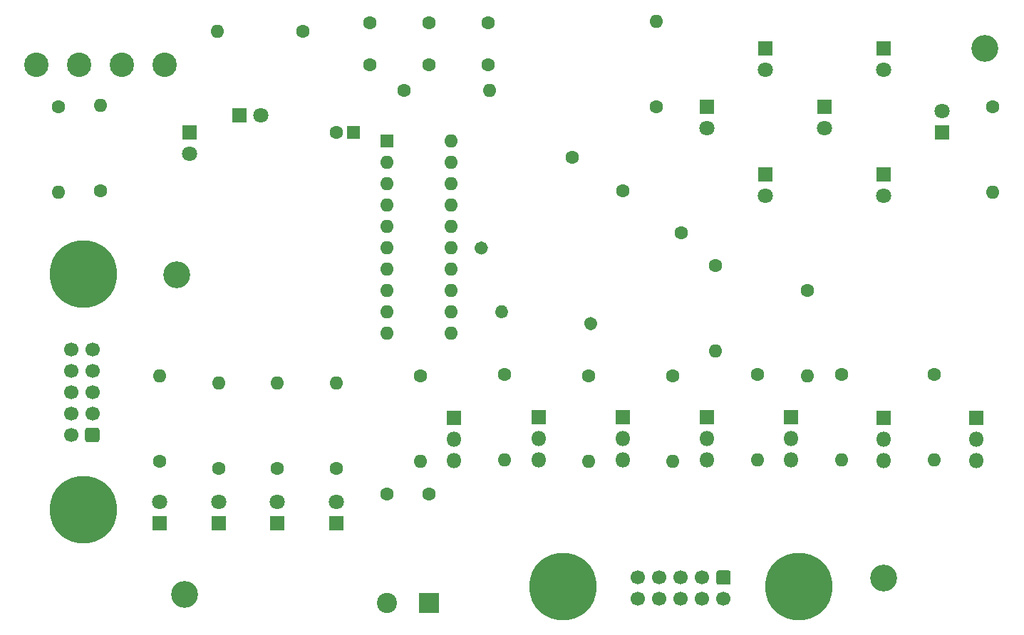
<source format=gbr>
%TF.GenerationSoftware,KiCad,Pcbnew,5.1.9*%
%TF.CreationDate,2021-06-26T11:28:21+02:00*%
%TF.ProjectId,controller,636f6e74-726f-46c6-9c65-722e6b696361,rev?*%
%TF.SameCoordinates,Original*%
%TF.FileFunction,Soldermask,Bot*%
%TF.FilePolarity,Negative*%
%FSLAX46Y46*%
G04 Gerber Fmt 4.6, Leading zero omitted, Abs format (unit mm)*
G04 Created by KiCad (PCBNEW 5.1.9) date 2021-06-26 11:28:21*
%MOMM*%
%LPD*%
G01*
G04 APERTURE LIST*
%ADD10C,3.200000*%
%ADD11C,8.000000*%
%ADD12C,1.700000*%
%ADD13C,2.900000*%
%ADD14O,1.600000X1.600000*%
%ADD15C,1.600000*%
%ADD16R,1.600000X1.600000*%
%ADD17R,1.800000X1.800000*%
%ADD18C,1.800000*%
%ADD19O,1.800000X1.800000*%
%ADD20R,2.400000X2.400000*%
%ADD21C,2.400000*%
G04 APERTURE END LIST*
D10*
%TO.C,Screw*%
X109000000Y-106000000D03*
%TD*%
%TO.C,Screw*%
X192000000Y-104000000D03*
%TD*%
%TO.C,Screw*%
X204000000Y-41000000D03*
%TD*%
%TO.C,Screw*%
X108000000Y-68000000D03*
%TD*%
D11*
%TO.C,J3*%
X96980000Y-67900000D03*
X96980000Y-95940000D03*
D12*
X95460000Y-76840000D03*
X95460000Y-79380000D03*
X95460000Y-81920000D03*
X95460000Y-84460000D03*
X95460000Y-87000000D03*
X98000000Y-76840000D03*
X98000000Y-79380000D03*
X98000000Y-81920000D03*
X98000000Y-84460000D03*
G36*
G01*
X98850000Y-86400000D02*
X98850000Y-87600000D01*
G75*
G02*
X98600000Y-87850000I-250000J0D01*
G01*
X97400000Y-87850000D01*
G75*
G02*
X97150000Y-87600000I0J250000D01*
G01*
X97150000Y-86400000D01*
G75*
G02*
X97400000Y-86150000I250000J0D01*
G01*
X98600000Y-86150000D01*
G75*
G02*
X98850000Y-86400000I0J-250000D01*
G01*
G37*
%TD*%
%TO.C,J2*%
G36*
G01*
X172400000Y-103130000D02*
X173600000Y-103130000D01*
G75*
G02*
X173850000Y-103380000I0J-250000D01*
G01*
X173850000Y-104580000D01*
G75*
G02*
X173600000Y-104830000I-250000J0D01*
G01*
X172400000Y-104830000D01*
G75*
G02*
X172150000Y-104580000I0J250000D01*
G01*
X172150000Y-103380000D01*
G75*
G02*
X172400000Y-103130000I250000J0D01*
G01*
G37*
X170460000Y-103980000D03*
X167920000Y-103980000D03*
X165380000Y-103980000D03*
X162840000Y-103980000D03*
X173000000Y-106520000D03*
X170460000Y-106520000D03*
X167920000Y-106520000D03*
X165380000Y-106520000D03*
X162840000Y-106520000D03*
D11*
X181940000Y-105000000D03*
X153900000Y-105000000D03*
%TD*%
D13*
%TO.C,J0*%
X91380000Y-43000000D03*
X96460000Y-43000000D03*
X101540000Y-43000000D03*
X106620000Y-43000000D03*
%TD*%
D14*
%TO.C,L0*%
X94000000Y-58160000D03*
D15*
X94000000Y-48000000D03*
%TD*%
%TO.C,C6*%
X145000000Y-38000000D03*
X145000000Y-43000000D03*
%TD*%
%TO.C,C1*%
X127000000Y-51000000D03*
D16*
X129000000Y-51000000D03*
%TD*%
D15*
%TO.C,C4*%
X133000000Y-94000000D03*
X138000000Y-94000000D03*
%TD*%
%TO.C,C3*%
X131000000Y-38000000D03*
X131000000Y-43000000D03*
%TD*%
%TO.C,C2*%
X138000000Y-38000000D03*
X138000000Y-43000000D03*
%TD*%
D14*
%TO.C,R14*%
X165000000Y-37840000D03*
D15*
X165000000Y-48000000D03*
%TD*%
%TO.C,R15*%
G36*
G01*
X147197275Y-71802725D02*
X147197275Y-71802725D01*
G75*
G02*
X147197275Y-72934095I-565685J-565685D01*
G01*
X147197275Y-72934095D01*
G75*
G02*
X146065905Y-72934095I-565685J565685D01*
G01*
X146065905Y-72934095D01*
G75*
G02*
X146065905Y-71802725I565685J565685D01*
G01*
X146065905Y-71802725D01*
G75*
G02*
X147197275Y-71802725I565685J-565685D01*
G01*
G37*
X161000000Y-58000000D03*
%TD*%
D16*
%TO.C,U1*%
X133000000Y-52000000D03*
D14*
X140620000Y-74860000D03*
X133000000Y-54540000D03*
X140620000Y-72320000D03*
X133000000Y-57080000D03*
X140620000Y-69780000D03*
X133000000Y-59620000D03*
X140620000Y-67240000D03*
X133000000Y-62160000D03*
X140620000Y-64700000D03*
X133000000Y-64700000D03*
X140620000Y-62160000D03*
X133000000Y-67240000D03*
X140620000Y-59620000D03*
X133000000Y-69780000D03*
X140620000Y-57080000D03*
X133000000Y-72320000D03*
X140620000Y-54540000D03*
X133000000Y-74860000D03*
X140620000Y-52000000D03*
%TD*%
D17*
%TO.C,D1*%
X109540000Y-51000000D03*
D18*
X109540000Y-53540000D03*
%TD*%
D17*
%TO.C,D2*%
X106000000Y-97540000D03*
D18*
X106000000Y-95000000D03*
%TD*%
D17*
%TO.C,D3*%
X113000000Y-97540000D03*
D18*
X113000000Y-95000000D03*
%TD*%
D17*
%TO.C,D4*%
X120000000Y-97540000D03*
D18*
X120000000Y-95000000D03*
%TD*%
%TO.C,D5*%
X127000000Y-95000000D03*
D17*
X127000000Y-97540000D03*
%TD*%
%TO.C,D6*%
X115460000Y-49000000D03*
D18*
X118000000Y-49000000D03*
%TD*%
%TO.C,D7*%
X171000000Y-50540000D03*
D17*
X171000000Y-48000000D03*
%TD*%
D18*
%TO.C,D8*%
X178000000Y-58540000D03*
D17*
X178000000Y-56000000D03*
%TD*%
D18*
%TO.C,D9*%
X178000000Y-43540000D03*
D17*
X178000000Y-41000000D03*
%TD*%
D18*
%TO.C,D10*%
X185000000Y-50540000D03*
D17*
X185000000Y-48000000D03*
%TD*%
%TO.C,D11*%
X192000000Y-56000000D03*
D18*
X192000000Y-58540000D03*
%TD*%
%TO.C,D12*%
X192000000Y-43540000D03*
D17*
X192000000Y-41000000D03*
%TD*%
%TO.C,D13*%
X199000000Y-51000000D03*
D18*
X199000000Y-48460000D03*
%TD*%
D19*
%TO.C,Q0*%
X141000000Y-90080000D03*
X141000000Y-87540000D03*
D17*
X141000000Y-85000000D03*
%TD*%
%TO.C,Q1*%
X151000000Y-84920000D03*
D19*
X151000000Y-87460000D03*
X151000000Y-90000000D03*
%TD*%
%TO.C,Q2*%
X161000000Y-90000000D03*
X161000000Y-87460000D03*
D17*
X161000000Y-84920000D03*
%TD*%
%TO.C,Q3*%
X171000000Y-84920000D03*
D19*
X171000000Y-87460000D03*
X171000000Y-90000000D03*
%TD*%
D17*
%TO.C,Q4*%
X181000000Y-84920000D03*
D19*
X181000000Y-87460000D03*
X181000000Y-90000000D03*
%TD*%
%TO.C,Q5*%
X192000000Y-90080000D03*
X192000000Y-87540000D03*
D17*
X192000000Y-85000000D03*
%TD*%
%TO.C,Q6*%
X203000000Y-85000000D03*
D19*
X203000000Y-87540000D03*
X203000000Y-90080000D03*
%TD*%
D15*
%TO.C,R0*%
X137000000Y-80000000D03*
D14*
X137000000Y-90160000D03*
%TD*%
%TO.C,R1*%
X147000000Y-90000000D03*
D15*
X147000000Y-79840000D03*
%TD*%
D14*
%TO.C,R2*%
X157000000Y-90160000D03*
D15*
X157000000Y-80000000D03*
%TD*%
%TO.C,R3*%
X167000000Y-80000000D03*
D14*
X167000000Y-90160000D03*
%TD*%
%TO.C,R4*%
X177000000Y-90000000D03*
D15*
X177000000Y-79840000D03*
%TD*%
%TO.C,R5*%
X187000000Y-79840000D03*
D14*
X187000000Y-90000000D03*
%TD*%
D15*
%TO.C,R6*%
X198000000Y-79840000D03*
D14*
X198000000Y-90000000D03*
%TD*%
D15*
%TO.C,R7*%
X99000000Y-58000000D03*
D14*
X99000000Y-47840000D03*
%TD*%
%TO.C,R8*%
X145160000Y-46000000D03*
D15*
X135000000Y-46000000D03*
%TD*%
%TO.C,R9*%
X106000000Y-90160000D03*
D14*
X106000000Y-80000000D03*
%TD*%
%TO.C,R10*%
X113000000Y-80840000D03*
D15*
X113000000Y-91000000D03*
%TD*%
D14*
%TO.C,R11*%
X120000000Y-80840000D03*
D15*
X120000000Y-91000000D03*
%TD*%
%TO.C,R12*%
X127000000Y-91000000D03*
D14*
X127000000Y-80840000D03*
%TD*%
D15*
%TO.C,R13*%
X123000000Y-39000000D03*
D14*
X112840000Y-39000000D03*
%TD*%
%TO.C,R18*%
X172000000Y-77000000D03*
D15*
X172000000Y-66840000D03*
%TD*%
%TO.C,R19*%
X183000000Y-69840000D03*
D14*
X183000000Y-80000000D03*
%TD*%
%TO.C,R20*%
X205000000Y-58160000D03*
D15*
X205000000Y-48000000D03*
%TD*%
%TO.C,R16*%
X155000000Y-54000000D03*
G36*
G01*
X144789378Y-64210622D02*
X144789378Y-64210622D01*
G75*
G02*
X144789378Y-65341992I-565685J-565685D01*
G01*
X144789378Y-65341992D01*
G75*
G02*
X143658008Y-65341992I-565685J565685D01*
G01*
X143658008Y-65341992D01*
G75*
G02*
X143658008Y-64210622I565685J565685D01*
G01*
X143658008Y-64210622D01*
G75*
G02*
X144789378Y-64210622I565685J-565685D01*
G01*
G37*
%TD*%
%TO.C,R17*%
G36*
G01*
X157789378Y-73210622D02*
X157789378Y-73210622D01*
G75*
G02*
X157789378Y-74341992I-565685J-565685D01*
G01*
X157789378Y-74341992D01*
G75*
G02*
X156658008Y-74341992I-565685J565685D01*
G01*
X156658008Y-74341992D01*
G75*
G02*
X156658008Y-73210622I565685J565685D01*
G01*
X156658008Y-73210622D01*
G75*
G02*
X157789378Y-73210622I565685J-565685D01*
G01*
G37*
X168000000Y-63000000D03*
%TD*%
D20*
%TO.C,C5*%
X138000000Y-107000000D03*
D21*
X133000000Y-107000000D03*
%TD*%
M02*

</source>
